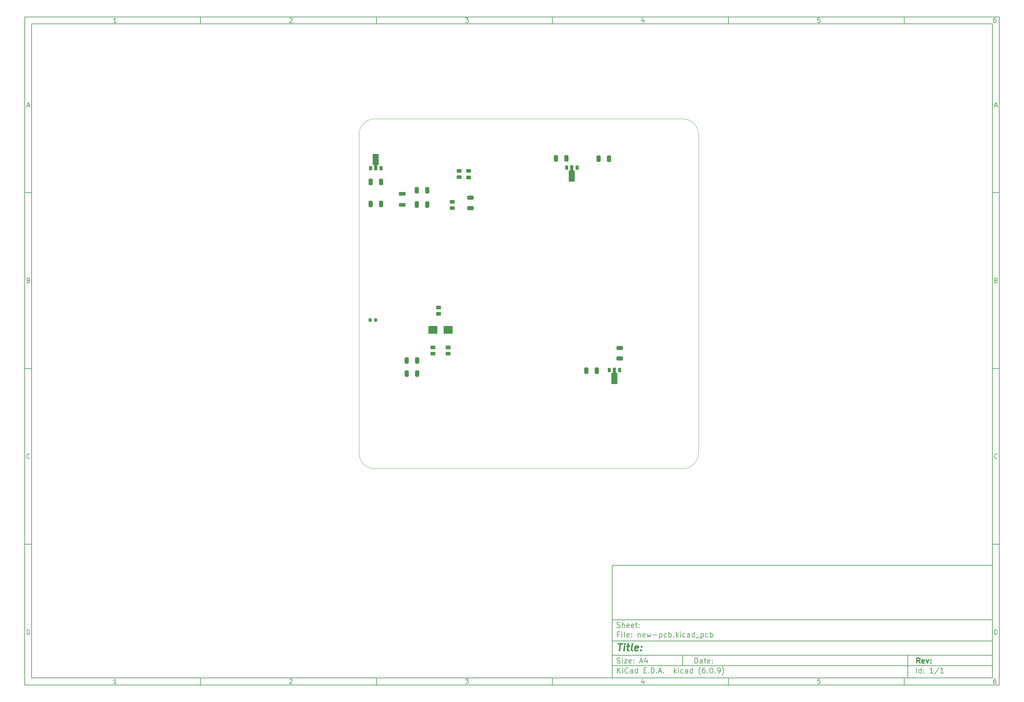
<source format=gbr>
%TF.GenerationSoftware,KiCad,Pcbnew,(6.0.9)*%
%TF.CreationDate,2022-12-24T03:55:53+03:00*%
%TF.ProjectId,new-pcb,6e65772d-7063-4622-9e6b-696361645f70,rev?*%
%TF.SameCoordinates,Original*%
%TF.FileFunction,Paste,Top*%
%TF.FilePolarity,Positive*%
%FSLAX46Y46*%
G04 Gerber Fmt 4.6, Leading zero omitted, Abs format (unit mm)*
G04 Created by KiCad (PCBNEW (6.0.9)) date 2022-12-24 03:55:53*
%MOMM*%
%LPD*%
G01*
G04 APERTURE LIST*
G04 Aperture macros list*
%AMRoundRect*
0 Rectangle with rounded corners*
0 $1 Rounding radius*
0 $2 $3 $4 $5 $6 $7 $8 $9 X,Y pos of 4 corners*
0 Add a 4 corners polygon primitive as box body*
4,1,4,$2,$3,$4,$5,$6,$7,$8,$9,$2,$3,0*
0 Add four circle primitives for the rounded corners*
1,1,$1+$1,$2,$3*
1,1,$1+$1,$4,$5*
1,1,$1+$1,$6,$7*
1,1,$1+$1,$8,$9*
0 Add four rect primitives between the rounded corners*
20,1,$1+$1,$2,$3,$4,$5,0*
20,1,$1+$1,$4,$5,$6,$7,0*
20,1,$1+$1,$6,$7,$8,$9,0*
20,1,$1+$1,$8,$9,$2,$3,0*%
%AMFreePoly0*
4,1,9,3.862500,-0.866500,0.737500,-0.866500,0.737500,-0.450000,-0.737500,-0.450000,-0.737500,0.450000,0.737500,0.450000,0.737500,0.866500,3.862500,0.866500,3.862500,-0.866500,3.862500,-0.866500,$1*%
G04 Aperture macros list end*
%ADD10C,0.100000*%
%ADD11C,0.150000*%
%ADD12C,0.300000*%
%ADD13C,0.400000*%
%TA.AperFunction,Profile*%
%ADD14C,0.100000*%
%TD*%
%ADD15RoundRect,0.250000X-0.325000X-0.650000X0.325000X-0.650000X0.325000X0.650000X-0.325000X0.650000X0*%
%ADD16RoundRect,0.250000X0.325000X0.650000X-0.325000X0.650000X-0.325000X-0.650000X0.325000X-0.650000X0*%
%ADD17RoundRect,0.250000X-0.450000X0.262500X-0.450000X-0.262500X0.450000X-0.262500X0.450000X0.262500X0*%
%ADD18RoundRect,0.250000X0.650000X-0.325000X0.650000X0.325000X-0.650000X0.325000X-0.650000X-0.325000X0*%
%ADD19RoundRect,0.250000X0.450000X-0.262500X0.450000X0.262500X-0.450000X0.262500X-0.450000X-0.262500X0*%
%ADD20R,0.900000X1.300000*%
%ADD21FreePoly0,90.000000*%
%ADD22RoundRect,0.250000X-0.650000X0.325000X-0.650000X-0.325000X0.650000X-0.325000X0.650000X0.325000X0*%
%ADD23R,2.500000X2.300000*%
%ADD24FreePoly0,270.000000*%
%ADD25RoundRect,0.250000X0.700000X-0.275000X0.700000X0.275000X-0.700000X0.275000X-0.700000X-0.275000X0*%
%ADD26RoundRect,0.200000X-0.200000X-0.275000X0.200000X-0.275000X0.200000X0.275000X-0.200000X0.275000X0*%
G04 APERTURE END LIST*
D10*
D11*
X177002200Y-166007200D02*
X177002200Y-198007200D01*
X285002200Y-198007200D01*
X285002200Y-166007200D01*
X177002200Y-166007200D01*
D10*
D11*
X10000000Y-10000000D02*
X10000000Y-200007200D01*
X287002200Y-200007200D01*
X287002200Y-10000000D01*
X10000000Y-10000000D01*
D10*
D11*
X12000000Y-12000000D02*
X12000000Y-198007200D01*
X285002200Y-198007200D01*
X285002200Y-12000000D01*
X12000000Y-12000000D01*
D10*
D11*
X60000000Y-12000000D02*
X60000000Y-10000000D01*
D10*
D11*
X110000000Y-12000000D02*
X110000000Y-10000000D01*
D10*
D11*
X160000000Y-12000000D02*
X160000000Y-10000000D01*
D10*
D11*
X210000000Y-12000000D02*
X210000000Y-10000000D01*
D10*
D11*
X260000000Y-12000000D02*
X260000000Y-10000000D01*
D10*
D11*
X36065476Y-11588095D02*
X35322619Y-11588095D01*
X35694047Y-11588095D02*
X35694047Y-10288095D01*
X35570238Y-10473809D01*
X35446428Y-10597619D01*
X35322619Y-10659523D01*
D10*
D11*
X85322619Y-10411904D02*
X85384523Y-10350000D01*
X85508333Y-10288095D01*
X85817857Y-10288095D01*
X85941666Y-10350000D01*
X86003571Y-10411904D01*
X86065476Y-10535714D01*
X86065476Y-10659523D01*
X86003571Y-10845238D01*
X85260714Y-11588095D01*
X86065476Y-11588095D01*
D10*
D11*
X135260714Y-10288095D02*
X136065476Y-10288095D01*
X135632142Y-10783333D01*
X135817857Y-10783333D01*
X135941666Y-10845238D01*
X136003571Y-10907142D01*
X136065476Y-11030952D01*
X136065476Y-11340476D01*
X136003571Y-11464285D01*
X135941666Y-11526190D01*
X135817857Y-11588095D01*
X135446428Y-11588095D01*
X135322619Y-11526190D01*
X135260714Y-11464285D01*
D10*
D11*
X185941666Y-10721428D02*
X185941666Y-11588095D01*
X185632142Y-10226190D02*
X185322619Y-11154761D01*
X186127380Y-11154761D01*
D10*
D11*
X236003571Y-10288095D02*
X235384523Y-10288095D01*
X235322619Y-10907142D01*
X235384523Y-10845238D01*
X235508333Y-10783333D01*
X235817857Y-10783333D01*
X235941666Y-10845238D01*
X236003571Y-10907142D01*
X236065476Y-11030952D01*
X236065476Y-11340476D01*
X236003571Y-11464285D01*
X235941666Y-11526190D01*
X235817857Y-11588095D01*
X235508333Y-11588095D01*
X235384523Y-11526190D01*
X235322619Y-11464285D01*
D10*
D11*
X285941666Y-10288095D02*
X285694047Y-10288095D01*
X285570238Y-10350000D01*
X285508333Y-10411904D01*
X285384523Y-10597619D01*
X285322619Y-10845238D01*
X285322619Y-11340476D01*
X285384523Y-11464285D01*
X285446428Y-11526190D01*
X285570238Y-11588095D01*
X285817857Y-11588095D01*
X285941666Y-11526190D01*
X286003571Y-11464285D01*
X286065476Y-11340476D01*
X286065476Y-11030952D01*
X286003571Y-10907142D01*
X285941666Y-10845238D01*
X285817857Y-10783333D01*
X285570238Y-10783333D01*
X285446428Y-10845238D01*
X285384523Y-10907142D01*
X285322619Y-11030952D01*
D10*
D11*
X60000000Y-198007200D02*
X60000000Y-200007200D01*
D10*
D11*
X110000000Y-198007200D02*
X110000000Y-200007200D01*
D10*
D11*
X160000000Y-198007200D02*
X160000000Y-200007200D01*
D10*
D11*
X210000000Y-198007200D02*
X210000000Y-200007200D01*
D10*
D11*
X260000000Y-198007200D02*
X260000000Y-200007200D01*
D10*
D11*
X36065476Y-199595295D02*
X35322619Y-199595295D01*
X35694047Y-199595295D02*
X35694047Y-198295295D01*
X35570238Y-198481009D01*
X35446428Y-198604819D01*
X35322619Y-198666723D01*
D10*
D11*
X85322619Y-198419104D02*
X85384523Y-198357200D01*
X85508333Y-198295295D01*
X85817857Y-198295295D01*
X85941666Y-198357200D01*
X86003571Y-198419104D01*
X86065476Y-198542914D01*
X86065476Y-198666723D01*
X86003571Y-198852438D01*
X85260714Y-199595295D01*
X86065476Y-199595295D01*
D10*
D11*
X135260714Y-198295295D02*
X136065476Y-198295295D01*
X135632142Y-198790533D01*
X135817857Y-198790533D01*
X135941666Y-198852438D01*
X136003571Y-198914342D01*
X136065476Y-199038152D01*
X136065476Y-199347676D01*
X136003571Y-199471485D01*
X135941666Y-199533390D01*
X135817857Y-199595295D01*
X135446428Y-199595295D01*
X135322619Y-199533390D01*
X135260714Y-199471485D01*
D10*
D11*
X185941666Y-198728628D02*
X185941666Y-199595295D01*
X185632142Y-198233390D02*
X185322619Y-199161961D01*
X186127380Y-199161961D01*
D10*
D11*
X236003571Y-198295295D02*
X235384523Y-198295295D01*
X235322619Y-198914342D01*
X235384523Y-198852438D01*
X235508333Y-198790533D01*
X235817857Y-198790533D01*
X235941666Y-198852438D01*
X236003571Y-198914342D01*
X236065476Y-199038152D01*
X236065476Y-199347676D01*
X236003571Y-199471485D01*
X235941666Y-199533390D01*
X235817857Y-199595295D01*
X235508333Y-199595295D01*
X235384523Y-199533390D01*
X235322619Y-199471485D01*
D10*
D11*
X285941666Y-198295295D02*
X285694047Y-198295295D01*
X285570238Y-198357200D01*
X285508333Y-198419104D01*
X285384523Y-198604819D01*
X285322619Y-198852438D01*
X285322619Y-199347676D01*
X285384523Y-199471485D01*
X285446428Y-199533390D01*
X285570238Y-199595295D01*
X285817857Y-199595295D01*
X285941666Y-199533390D01*
X286003571Y-199471485D01*
X286065476Y-199347676D01*
X286065476Y-199038152D01*
X286003571Y-198914342D01*
X285941666Y-198852438D01*
X285817857Y-198790533D01*
X285570238Y-198790533D01*
X285446428Y-198852438D01*
X285384523Y-198914342D01*
X285322619Y-199038152D01*
D10*
D11*
X10000000Y-60000000D02*
X12000000Y-60000000D01*
D10*
D11*
X10000000Y-110000000D02*
X12000000Y-110000000D01*
D10*
D11*
X10000000Y-160000000D02*
X12000000Y-160000000D01*
D10*
D11*
X10690476Y-35216666D02*
X11309523Y-35216666D01*
X10566666Y-35588095D02*
X11000000Y-34288095D01*
X11433333Y-35588095D01*
D10*
D11*
X11092857Y-84907142D02*
X11278571Y-84969047D01*
X11340476Y-85030952D01*
X11402380Y-85154761D01*
X11402380Y-85340476D01*
X11340476Y-85464285D01*
X11278571Y-85526190D01*
X11154761Y-85588095D01*
X10659523Y-85588095D01*
X10659523Y-84288095D01*
X11092857Y-84288095D01*
X11216666Y-84350000D01*
X11278571Y-84411904D01*
X11340476Y-84535714D01*
X11340476Y-84659523D01*
X11278571Y-84783333D01*
X11216666Y-84845238D01*
X11092857Y-84907142D01*
X10659523Y-84907142D01*
D10*
D11*
X11402380Y-135464285D02*
X11340476Y-135526190D01*
X11154761Y-135588095D01*
X11030952Y-135588095D01*
X10845238Y-135526190D01*
X10721428Y-135402380D01*
X10659523Y-135278571D01*
X10597619Y-135030952D01*
X10597619Y-134845238D01*
X10659523Y-134597619D01*
X10721428Y-134473809D01*
X10845238Y-134350000D01*
X11030952Y-134288095D01*
X11154761Y-134288095D01*
X11340476Y-134350000D01*
X11402380Y-134411904D01*
D10*
D11*
X10659523Y-185588095D02*
X10659523Y-184288095D01*
X10969047Y-184288095D01*
X11154761Y-184350000D01*
X11278571Y-184473809D01*
X11340476Y-184597619D01*
X11402380Y-184845238D01*
X11402380Y-185030952D01*
X11340476Y-185278571D01*
X11278571Y-185402380D01*
X11154761Y-185526190D01*
X10969047Y-185588095D01*
X10659523Y-185588095D01*
D10*
D11*
X287002200Y-60000000D02*
X285002200Y-60000000D01*
D10*
D11*
X287002200Y-110000000D02*
X285002200Y-110000000D01*
D10*
D11*
X287002200Y-160000000D02*
X285002200Y-160000000D01*
D10*
D11*
X285692676Y-35216666D02*
X286311723Y-35216666D01*
X285568866Y-35588095D02*
X286002200Y-34288095D01*
X286435533Y-35588095D01*
D10*
D11*
X286095057Y-84907142D02*
X286280771Y-84969047D01*
X286342676Y-85030952D01*
X286404580Y-85154761D01*
X286404580Y-85340476D01*
X286342676Y-85464285D01*
X286280771Y-85526190D01*
X286156961Y-85588095D01*
X285661723Y-85588095D01*
X285661723Y-84288095D01*
X286095057Y-84288095D01*
X286218866Y-84350000D01*
X286280771Y-84411904D01*
X286342676Y-84535714D01*
X286342676Y-84659523D01*
X286280771Y-84783333D01*
X286218866Y-84845238D01*
X286095057Y-84907142D01*
X285661723Y-84907142D01*
D10*
D11*
X286404580Y-135464285D02*
X286342676Y-135526190D01*
X286156961Y-135588095D01*
X286033152Y-135588095D01*
X285847438Y-135526190D01*
X285723628Y-135402380D01*
X285661723Y-135278571D01*
X285599819Y-135030952D01*
X285599819Y-134845238D01*
X285661723Y-134597619D01*
X285723628Y-134473809D01*
X285847438Y-134350000D01*
X286033152Y-134288095D01*
X286156961Y-134288095D01*
X286342676Y-134350000D01*
X286404580Y-134411904D01*
D10*
D11*
X285661723Y-185588095D02*
X285661723Y-184288095D01*
X285971247Y-184288095D01*
X286156961Y-184350000D01*
X286280771Y-184473809D01*
X286342676Y-184597619D01*
X286404580Y-184845238D01*
X286404580Y-185030952D01*
X286342676Y-185278571D01*
X286280771Y-185402380D01*
X286156961Y-185526190D01*
X285971247Y-185588095D01*
X285661723Y-185588095D01*
D10*
D11*
X200434342Y-193785771D02*
X200434342Y-192285771D01*
X200791485Y-192285771D01*
X201005771Y-192357200D01*
X201148628Y-192500057D01*
X201220057Y-192642914D01*
X201291485Y-192928628D01*
X201291485Y-193142914D01*
X201220057Y-193428628D01*
X201148628Y-193571485D01*
X201005771Y-193714342D01*
X200791485Y-193785771D01*
X200434342Y-193785771D01*
X202577200Y-193785771D02*
X202577200Y-193000057D01*
X202505771Y-192857200D01*
X202362914Y-192785771D01*
X202077200Y-192785771D01*
X201934342Y-192857200D01*
X202577200Y-193714342D02*
X202434342Y-193785771D01*
X202077200Y-193785771D01*
X201934342Y-193714342D01*
X201862914Y-193571485D01*
X201862914Y-193428628D01*
X201934342Y-193285771D01*
X202077200Y-193214342D01*
X202434342Y-193214342D01*
X202577200Y-193142914D01*
X203077200Y-192785771D02*
X203648628Y-192785771D01*
X203291485Y-192285771D02*
X203291485Y-193571485D01*
X203362914Y-193714342D01*
X203505771Y-193785771D01*
X203648628Y-193785771D01*
X204720057Y-193714342D02*
X204577200Y-193785771D01*
X204291485Y-193785771D01*
X204148628Y-193714342D01*
X204077200Y-193571485D01*
X204077200Y-193000057D01*
X204148628Y-192857200D01*
X204291485Y-192785771D01*
X204577200Y-192785771D01*
X204720057Y-192857200D01*
X204791485Y-193000057D01*
X204791485Y-193142914D01*
X204077200Y-193285771D01*
X205434342Y-193642914D02*
X205505771Y-193714342D01*
X205434342Y-193785771D01*
X205362914Y-193714342D01*
X205434342Y-193642914D01*
X205434342Y-193785771D01*
X205434342Y-192857200D02*
X205505771Y-192928628D01*
X205434342Y-193000057D01*
X205362914Y-192928628D01*
X205434342Y-192857200D01*
X205434342Y-193000057D01*
D10*
D11*
X177002200Y-194507200D02*
X285002200Y-194507200D01*
D10*
D11*
X178434342Y-196585771D02*
X178434342Y-195085771D01*
X179291485Y-196585771D02*
X178648628Y-195728628D01*
X179291485Y-195085771D02*
X178434342Y-195942914D01*
X179934342Y-196585771D02*
X179934342Y-195585771D01*
X179934342Y-195085771D02*
X179862914Y-195157200D01*
X179934342Y-195228628D01*
X180005771Y-195157200D01*
X179934342Y-195085771D01*
X179934342Y-195228628D01*
X181505771Y-196442914D02*
X181434342Y-196514342D01*
X181220057Y-196585771D01*
X181077200Y-196585771D01*
X180862914Y-196514342D01*
X180720057Y-196371485D01*
X180648628Y-196228628D01*
X180577200Y-195942914D01*
X180577200Y-195728628D01*
X180648628Y-195442914D01*
X180720057Y-195300057D01*
X180862914Y-195157200D01*
X181077200Y-195085771D01*
X181220057Y-195085771D01*
X181434342Y-195157200D01*
X181505771Y-195228628D01*
X182791485Y-196585771D02*
X182791485Y-195800057D01*
X182720057Y-195657200D01*
X182577200Y-195585771D01*
X182291485Y-195585771D01*
X182148628Y-195657200D01*
X182791485Y-196514342D02*
X182648628Y-196585771D01*
X182291485Y-196585771D01*
X182148628Y-196514342D01*
X182077200Y-196371485D01*
X182077200Y-196228628D01*
X182148628Y-196085771D01*
X182291485Y-196014342D01*
X182648628Y-196014342D01*
X182791485Y-195942914D01*
X184148628Y-196585771D02*
X184148628Y-195085771D01*
X184148628Y-196514342D02*
X184005771Y-196585771D01*
X183720057Y-196585771D01*
X183577200Y-196514342D01*
X183505771Y-196442914D01*
X183434342Y-196300057D01*
X183434342Y-195871485D01*
X183505771Y-195728628D01*
X183577200Y-195657200D01*
X183720057Y-195585771D01*
X184005771Y-195585771D01*
X184148628Y-195657200D01*
X186005771Y-195800057D02*
X186505771Y-195800057D01*
X186720057Y-196585771D02*
X186005771Y-196585771D01*
X186005771Y-195085771D01*
X186720057Y-195085771D01*
X187362914Y-196442914D02*
X187434342Y-196514342D01*
X187362914Y-196585771D01*
X187291485Y-196514342D01*
X187362914Y-196442914D01*
X187362914Y-196585771D01*
X188077200Y-196585771D02*
X188077200Y-195085771D01*
X188434342Y-195085771D01*
X188648628Y-195157200D01*
X188791485Y-195300057D01*
X188862914Y-195442914D01*
X188934342Y-195728628D01*
X188934342Y-195942914D01*
X188862914Y-196228628D01*
X188791485Y-196371485D01*
X188648628Y-196514342D01*
X188434342Y-196585771D01*
X188077200Y-196585771D01*
X189577200Y-196442914D02*
X189648628Y-196514342D01*
X189577200Y-196585771D01*
X189505771Y-196514342D01*
X189577200Y-196442914D01*
X189577200Y-196585771D01*
X190220057Y-196157200D02*
X190934342Y-196157200D01*
X190077200Y-196585771D02*
X190577200Y-195085771D01*
X191077200Y-196585771D01*
X191577200Y-196442914D02*
X191648628Y-196514342D01*
X191577200Y-196585771D01*
X191505771Y-196514342D01*
X191577200Y-196442914D01*
X191577200Y-196585771D01*
X194577200Y-196585771D02*
X194577200Y-195085771D01*
X194720057Y-196014342D02*
X195148628Y-196585771D01*
X195148628Y-195585771D02*
X194577200Y-196157200D01*
X195791485Y-196585771D02*
X195791485Y-195585771D01*
X195791485Y-195085771D02*
X195720057Y-195157200D01*
X195791485Y-195228628D01*
X195862914Y-195157200D01*
X195791485Y-195085771D01*
X195791485Y-195228628D01*
X197148628Y-196514342D02*
X197005771Y-196585771D01*
X196720057Y-196585771D01*
X196577200Y-196514342D01*
X196505771Y-196442914D01*
X196434342Y-196300057D01*
X196434342Y-195871485D01*
X196505771Y-195728628D01*
X196577200Y-195657200D01*
X196720057Y-195585771D01*
X197005771Y-195585771D01*
X197148628Y-195657200D01*
X198434342Y-196585771D02*
X198434342Y-195800057D01*
X198362914Y-195657200D01*
X198220057Y-195585771D01*
X197934342Y-195585771D01*
X197791485Y-195657200D01*
X198434342Y-196514342D02*
X198291485Y-196585771D01*
X197934342Y-196585771D01*
X197791485Y-196514342D01*
X197720057Y-196371485D01*
X197720057Y-196228628D01*
X197791485Y-196085771D01*
X197934342Y-196014342D01*
X198291485Y-196014342D01*
X198434342Y-195942914D01*
X199791485Y-196585771D02*
X199791485Y-195085771D01*
X199791485Y-196514342D02*
X199648628Y-196585771D01*
X199362914Y-196585771D01*
X199220057Y-196514342D01*
X199148628Y-196442914D01*
X199077200Y-196300057D01*
X199077200Y-195871485D01*
X199148628Y-195728628D01*
X199220057Y-195657200D01*
X199362914Y-195585771D01*
X199648628Y-195585771D01*
X199791485Y-195657200D01*
X202077200Y-197157200D02*
X202005771Y-197085771D01*
X201862914Y-196871485D01*
X201791485Y-196728628D01*
X201720057Y-196514342D01*
X201648628Y-196157200D01*
X201648628Y-195871485D01*
X201720057Y-195514342D01*
X201791485Y-195300057D01*
X201862914Y-195157200D01*
X202005771Y-194942914D01*
X202077200Y-194871485D01*
X203291485Y-195085771D02*
X203005771Y-195085771D01*
X202862914Y-195157200D01*
X202791485Y-195228628D01*
X202648628Y-195442914D01*
X202577200Y-195728628D01*
X202577200Y-196300057D01*
X202648628Y-196442914D01*
X202720057Y-196514342D01*
X202862914Y-196585771D01*
X203148628Y-196585771D01*
X203291485Y-196514342D01*
X203362914Y-196442914D01*
X203434342Y-196300057D01*
X203434342Y-195942914D01*
X203362914Y-195800057D01*
X203291485Y-195728628D01*
X203148628Y-195657200D01*
X202862914Y-195657200D01*
X202720057Y-195728628D01*
X202648628Y-195800057D01*
X202577200Y-195942914D01*
X204077200Y-196442914D02*
X204148628Y-196514342D01*
X204077200Y-196585771D01*
X204005771Y-196514342D01*
X204077200Y-196442914D01*
X204077200Y-196585771D01*
X205077200Y-195085771D02*
X205220057Y-195085771D01*
X205362914Y-195157200D01*
X205434342Y-195228628D01*
X205505771Y-195371485D01*
X205577200Y-195657200D01*
X205577200Y-196014342D01*
X205505771Y-196300057D01*
X205434342Y-196442914D01*
X205362914Y-196514342D01*
X205220057Y-196585771D01*
X205077200Y-196585771D01*
X204934342Y-196514342D01*
X204862914Y-196442914D01*
X204791485Y-196300057D01*
X204720057Y-196014342D01*
X204720057Y-195657200D01*
X204791485Y-195371485D01*
X204862914Y-195228628D01*
X204934342Y-195157200D01*
X205077200Y-195085771D01*
X206220057Y-196442914D02*
X206291485Y-196514342D01*
X206220057Y-196585771D01*
X206148628Y-196514342D01*
X206220057Y-196442914D01*
X206220057Y-196585771D01*
X207005771Y-196585771D02*
X207291485Y-196585771D01*
X207434342Y-196514342D01*
X207505771Y-196442914D01*
X207648628Y-196228628D01*
X207720057Y-195942914D01*
X207720057Y-195371485D01*
X207648628Y-195228628D01*
X207577200Y-195157200D01*
X207434342Y-195085771D01*
X207148628Y-195085771D01*
X207005771Y-195157200D01*
X206934342Y-195228628D01*
X206862914Y-195371485D01*
X206862914Y-195728628D01*
X206934342Y-195871485D01*
X207005771Y-195942914D01*
X207148628Y-196014342D01*
X207434342Y-196014342D01*
X207577200Y-195942914D01*
X207648628Y-195871485D01*
X207720057Y-195728628D01*
X208220057Y-197157200D02*
X208291485Y-197085771D01*
X208434342Y-196871485D01*
X208505771Y-196728628D01*
X208577200Y-196514342D01*
X208648628Y-196157200D01*
X208648628Y-195871485D01*
X208577200Y-195514342D01*
X208505771Y-195300057D01*
X208434342Y-195157200D01*
X208291485Y-194942914D01*
X208220057Y-194871485D01*
D10*
D11*
X177002200Y-191507200D02*
X285002200Y-191507200D01*
D10*
D12*
X264411485Y-193785771D02*
X263911485Y-193071485D01*
X263554342Y-193785771D02*
X263554342Y-192285771D01*
X264125771Y-192285771D01*
X264268628Y-192357200D01*
X264340057Y-192428628D01*
X264411485Y-192571485D01*
X264411485Y-192785771D01*
X264340057Y-192928628D01*
X264268628Y-193000057D01*
X264125771Y-193071485D01*
X263554342Y-193071485D01*
X265625771Y-193714342D02*
X265482914Y-193785771D01*
X265197200Y-193785771D01*
X265054342Y-193714342D01*
X264982914Y-193571485D01*
X264982914Y-193000057D01*
X265054342Y-192857200D01*
X265197200Y-192785771D01*
X265482914Y-192785771D01*
X265625771Y-192857200D01*
X265697200Y-193000057D01*
X265697200Y-193142914D01*
X264982914Y-193285771D01*
X266197200Y-192785771D02*
X266554342Y-193785771D01*
X266911485Y-192785771D01*
X267482914Y-193642914D02*
X267554342Y-193714342D01*
X267482914Y-193785771D01*
X267411485Y-193714342D01*
X267482914Y-193642914D01*
X267482914Y-193785771D01*
X267482914Y-192857200D02*
X267554342Y-192928628D01*
X267482914Y-193000057D01*
X267411485Y-192928628D01*
X267482914Y-192857200D01*
X267482914Y-193000057D01*
D10*
D11*
X178362914Y-193714342D02*
X178577200Y-193785771D01*
X178934342Y-193785771D01*
X179077200Y-193714342D01*
X179148628Y-193642914D01*
X179220057Y-193500057D01*
X179220057Y-193357200D01*
X179148628Y-193214342D01*
X179077200Y-193142914D01*
X178934342Y-193071485D01*
X178648628Y-193000057D01*
X178505771Y-192928628D01*
X178434342Y-192857200D01*
X178362914Y-192714342D01*
X178362914Y-192571485D01*
X178434342Y-192428628D01*
X178505771Y-192357200D01*
X178648628Y-192285771D01*
X179005771Y-192285771D01*
X179220057Y-192357200D01*
X179862914Y-193785771D02*
X179862914Y-192785771D01*
X179862914Y-192285771D02*
X179791485Y-192357200D01*
X179862914Y-192428628D01*
X179934342Y-192357200D01*
X179862914Y-192285771D01*
X179862914Y-192428628D01*
X180434342Y-192785771D02*
X181220057Y-192785771D01*
X180434342Y-193785771D01*
X181220057Y-193785771D01*
X182362914Y-193714342D02*
X182220057Y-193785771D01*
X181934342Y-193785771D01*
X181791485Y-193714342D01*
X181720057Y-193571485D01*
X181720057Y-193000057D01*
X181791485Y-192857200D01*
X181934342Y-192785771D01*
X182220057Y-192785771D01*
X182362914Y-192857200D01*
X182434342Y-193000057D01*
X182434342Y-193142914D01*
X181720057Y-193285771D01*
X183077200Y-193642914D02*
X183148628Y-193714342D01*
X183077200Y-193785771D01*
X183005771Y-193714342D01*
X183077200Y-193642914D01*
X183077200Y-193785771D01*
X183077200Y-192857200D02*
X183148628Y-192928628D01*
X183077200Y-193000057D01*
X183005771Y-192928628D01*
X183077200Y-192857200D01*
X183077200Y-193000057D01*
X184862914Y-193357200D02*
X185577200Y-193357200D01*
X184720057Y-193785771D02*
X185220057Y-192285771D01*
X185720057Y-193785771D01*
X186862914Y-192785771D02*
X186862914Y-193785771D01*
X186505771Y-192214342D02*
X186148628Y-193285771D01*
X187077200Y-193285771D01*
D10*
D11*
X263434342Y-196585771D02*
X263434342Y-195085771D01*
X264791485Y-196585771D02*
X264791485Y-195085771D01*
X264791485Y-196514342D02*
X264648628Y-196585771D01*
X264362914Y-196585771D01*
X264220057Y-196514342D01*
X264148628Y-196442914D01*
X264077200Y-196300057D01*
X264077200Y-195871485D01*
X264148628Y-195728628D01*
X264220057Y-195657200D01*
X264362914Y-195585771D01*
X264648628Y-195585771D01*
X264791485Y-195657200D01*
X265505771Y-196442914D02*
X265577200Y-196514342D01*
X265505771Y-196585771D01*
X265434342Y-196514342D01*
X265505771Y-196442914D01*
X265505771Y-196585771D01*
X265505771Y-195657200D02*
X265577200Y-195728628D01*
X265505771Y-195800057D01*
X265434342Y-195728628D01*
X265505771Y-195657200D01*
X265505771Y-195800057D01*
X268148628Y-196585771D02*
X267291485Y-196585771D01*
X267720057Y-196585771D02*
X267720057Y-195085771D01*
X267577200Y-195300057D01*
X267434342Y-195442914D01*
X267291485Y-195514342D01*
X269862914Y-195014342D02*
X268577200Y-196942914D01*
X271148628Y-196585771D02*
X270291485Y-196585771D01*
X270720057Y-196585771D02*
X270720057Y-195085771D01*
X270577200Y-195300057D01*
X270434342Y-195442914D01*
X270291485Y-195514342D01*
D10*
D11*
X177002200Y-187507200D02*
X285002200Y-187507200D01*
D10*
D13*
X178714580Y-188211961D02*
X179857438Y-188211961D01*
X179036009Y-190211961D02*
X179286009Y-188211961D01*
X180274104Y-190211961D02*
X180440771Y-188878628D01*
X180524104Y-188211961D02*
X180416961Y-188307200D01*
X180500295Y-188402438D01*
X180607438Y-188307200D01*
X180524104Y-188211961D01*
X180500295Y-188402438D01*
X181107438Y-188878628D02*
X181869342Y-188878628D01*
X181476485Y-188211961D02*
X181262200Y-189926247D01*
X181333628Y-190116723D01*
X181512200Y-190211961D01*
X181702676Y-190211961D01*
X182655057Y-190211961D02*
X182476485Y-190116723D01*
X182405057Y-189926247D01*
X182619342Y-188211961D01*
X184190771Y-190116723D02*
X183988390Y-190211961D01*
X183607438Y-190211961D01*
X183428866Y-190116723D01*
X183357438Y-189926247D01*
X183452676Y-189164342D01*
X183571723Y-188973866D01*
X183774104Y-188878628D01*
X184155057Y-188878628D01*
X184333628Y-188973866D01*
X184405057Y-189164342D01*
X184381247Y-189354819D01*
X183405057Y-189545295D01*
X185155057Y-190021485D02*
X185238390Y-190116723D01*
X185131247Y-190211961D01*
X185047914Y-190116723D01*
X185155057Y-190021485D01*
X185131247Y-190211961D01*
X185286009Y-188973866D02*
X185369342Y-189069104D01*
X185262200Y-189164342D01*
X185178866Y-189069104D01*
X185286009Y-188973866D01*
X185262200Y-189164342D01*
D10*
D11*
X178934342Y-185600057D02*
X178434342Y-185600057D01*
X178434342Y-186385771D02*
X178434342Y-184885771D01*
X179148628Y-184885771D01*
X179720057Y-186385771D02*
X179720057Y-185385771D01*
X179720057Y-184885771D02*
X179648628Y-184957200D01*
X179720057Y-185028628D01*
X179791485Y-184957200D01*
X179720057Y-184885771D01*
X179720057Y-185028628D01*
X180648628Y-186385771D02*
X180505771Y-186314342D01*
X180434342Y-186171485D01*
X180434342Y-184885771D01*
X181791485Y-186314342D02*
X181648628Y-186385771D01*
X181362914Y-186385771D01*
X181220057Y-186314342D01*
X181148628Y-186171485D01*
X181148628Y-185600057D01*
X181220057Y-185457200D01*
X181362914Y-185385771D01*
X181648628Y-185385771D01*
X181791485Y-185457200D01*
X181862914Y-185600057D01*
X181862914Y-185742914D01*
X181148628Y-185885771D01*
X182505771Y-186242914D02*
X182577200Y-186314342D01*
X182505771Y-186385771D01*
X182434342Y-186314342D01*
X182505771Y-186242914D01*
X182505771Y-186385771D01*
X182505771Y-185457200D02*
X182577200Y-185528628D01*
X182505771Y-185600057D01*
X182434342Y-185528628D01*
X182505771Y-185457200D01*
X182505771Y-185600057D01*
X184362914Y-185385771D02*
X184362914Y-186385771D01*
X184362914Y-185528628D02*
X184434342Y-185457200D01*
X184577200Y-185385771D01*
X184791485Y-185385771D01*
X184934342Y-185457200D01*
X185005771Y-185600057D01*
X185005771Y-186385771D01*
X186291485Y-186314342D02*
X186148628Y-186385771D01*
X185862914Y-186385771D01*
X185720057Y-186314342D01*
X185648628Y-186171485D01*
X185648628Y-185600057D01*
X185720057Y-185457200D01*
X185862914Y-185385771D01*
X186148628Y-185385771D01*
X186291485Y-185457200D01*
X186362914Y-185600057D01*
X186362914Y-185742914D01*
X185648628Y-185885771D01*
X186862914Y-185385771D02*
X187148628Y-186385771D01*
X187434342Y-185671485D01*
X187720057Y-186385771D01*
X188005771Y-185385771D01*
X188577200Y-185814342D02*
X189720057Y-185814342D01*
X190434342Y-185385771D02*
X190434342Y-186885771D01*
X190434342Y-185457200D02*
X190577200Y-185385771D01*
X190862914Y-185385771D01*
X191005771Y-185457200D01*
X191077200Y-185528628D01*
X191148628Y-185671485D01*
X191148628Y-186100057D01*
X191077200Y-186242914D01*
X191005771Y-186314342D01*
X190862914Y-186385771D01*
X190577200Y-186385771D01*
X190434342Y-186314342D01*
X192434342Y-186314342D02*
X192291485Y-186385771D01*
X192005771Y-186385771D01*
X191862914Y-186314342D01*
X191791485Y-186242914D01*
X191720057Y-186100057D01*
X191720057Y-185671485D01*
X191791485Y-185528628D01*
X191862914Y-185457200D01*
X192005771Y-185385771D01*
X192291485Y-185385771D01*
X192434342Y-185457200D01*
X193077200Y-186385771D02*
X193077200Y-184885771D01*
X193077200Y-185457200D02*
X193220057Y-185385771D01*
X193505771Y-185385771D01*
X193648628Y-185457200D01*
X193720057Y-185528628D01*
X193791485Y-185671485D01*
X193791485Y-186100057D01*
X193720057Y-186242914D01*
X193648628Y-186314342D01*
X193505771Y-186385771D01*
X193220057Y-186385771D01*
X193077200Y-186314342D01*
X194434342Y-186242914D02*
X194505771Y-186314342D01*
X194434342Y-186385771D01*
X194362914Y-186314342D01*
X194434342Y-186242914D01*
X194434342Y-186385771D01*
X195148628Y-186385771D02*
X195148628Y-184885771D01*
X195291485Y-185814342D02*
X195720057Y-186385771D01*
X195720057Y-185385771D02*
X195148628Y-185957200D01*
X196362914Y-186385771D02*
X196362914Y-185385771D01*
X196362914Y-184885771D02*
X196291485Y-184957200D01*
X196362914Y-185028628D01*
X196434342Y-184957200D01*
X196362914Y-184885771D01*
X196362914Y-185028628D01*
X197720057Y-186314342D02*
X197577200Y-186385771D01*
X197291485Y-186385771D01*
X197148628Y-186314342D01*
X197077200Y-186242914D01*
X197005771Y-186100057D01*
X197005771Y-185671485D01*
X197077200Y-185528628D01*
X197148628Y-185457200D01*
X197291485Y-185385771D01*
X197577200Y-185385771D01*
X197720057Y-185457200D01*
X199005771Y-186385771D02*
X199005771Y-185600057D01*
X198934342Y-185457200D01*
X198791485Y-185385771D01*
X198505771Y-185385771D01*
X198362914Y-185457200D01*
X199005771Y-186314342D02*
X198862914Y-186385771D01*
X198505771Y-186385771D01*
X198362914Y-186314342D01*
X198291485Y-186171485D01*
X198291485Y-186028628D01*
X198362914Y-185885771D01*
X198505771Y-185814342D01*
X198862914Y-185814342D01*
X199005771Y-185742914D01*
X200362914Y-186385771D02*
X200362914Y-184885771D01*
X200362914Y-186314342D02*
X200220057Y-186385771D01*
X199934342Y-186385771D01*
X199791485Y-186314342D01*
X199720057Y-186242914D01*
X199648628Y-186100057D01*
X199648628Y-185671485D01*
X199720057Y-185528628D01*
X199791485Y-185457200D01*
X199934342Y-185385771D01*
X200220057Y-185385771D01*
X200362914Y-185457200D01*
X200720057Y-186528628D02*
X201862914Y-186528628D01*
X202220057Y-185385771D02*
X202220057Y-186885771D01*
X202220057Y-185457200D02*
X202362914Y-185385771D01*
X202648628Y-185385771D01*
X202791485Y-185457200D01*
X202862914Y-185528628D01*
X202934342Y-185671485D01*
X202934342Y-186100057D01*
X202862914Y-186242914D01*
X202791485Y-186314342D01*
X202648628Y-186385771D01*
X202362914Y-186385771D01*
X202220057Y-186314342D01*
X204220057Y-186314342D02*
X204077200Y-186385771D01*
X203791485Y-186385771D01*
X203648628Y-186314342D01*
X203577200Y-186242914D01*
X203505771Y-186100057D01*
X203505771Y-185671485D01*
X203577200Y-185528628D01*
X203648628Y-185457200D01*
X203791485Y-185385771D01*
X204077200Y-185385771D01*
X204220057Y-185457200D01*
X204862914Y-186385771D02*
X204862914Y-184885771D01*
X204862914Y-185457200D02*
X205005771Y-185385771D01*
X205291485Y-185385771D01*
X205434342Y-185457200D01*
X205505771Y-185528628D01*
X205577200Y-185671485D01*
X205577200Y-186100057D01*
X205505771Y-186242914D01*
X205434342Y-186314342D01*
X205291485Y-186385771D01*
X205005771Y-186385771D01*
X204862914Y-186314342D01*
D10*
D11*
X177002200Y-181507200D02*
X285002200Y-181507200D01*
D10*
D11*
X178362914Y-183614342D02*
X178577200Y-183685771D01*
X178934342Y-183685771D01*
X179077200Y-183614342D01*
X179148628Y-183542914D01*
X179220057Y-183400057D01*
X179220057Y-183257200D01*
X179148628Y-183114342D01*
X179077200Y-183042914D01*
X178934342Y-182971485D01*
X178648628Y-182900057D01*
X178505771Y-182828628D01*
X178434342Y-182757200D01*
X178362914Y-182614342D01*
X178362914Y-182471485D01*
X178434342Y-182328628D01*
X178505771Y-182257200D01*
X178648628Y-182185771D01*
X179005771Y-182185771D01*
X179220057Y-182257200D01*
X179862914Y-183685771D02*
X179862914Y-182185771D01*
X180505771Y-183685771D02*
X180505771Y-182900057D01*
X180434342Y-182757200D01*
X180291485Y-182685771D01*
X180077200Y-182685771D01*
X179934342Y-182757200D01*
X179862914Y-182828628D01*
X181791485Y-183614342D02*
X181648628Y-183685771D01*
X181362914Y-183685771D01*
X181220057Y-183614342D01*
X181148628Y-183471485D01*
X181148628Y-182900057D01*
X181220057Y-182757200D01*
X181362914Y-182685771D01*
X181648628Y-182685771D01*
X181791485Y-182757200D01*
X181862914Y-182900057D01*
X181862914Y-183042914D01*
X181148628Y-183185771D01*
X183077200Y-183614342D02*
X182934342Y-183685771D01*
X182648628Y-183685771D01*
X182505771Y-183614342D01*
X182434342Y-183471485D01*
X182434342Y-182900057D01*
X182505771Y-182757200D01*
X182648628Y-182685771D01*
X182934342Y-182685771D01*
X183077200Y-182757200D01*
X183148628Y-182900057D01*
X183148628Y-183042914D01*
X182434342Y-183185771D01*
X183577200Y-182685771D02*
X184148628Y-182685771D01*
X183791485Y-182185771D02*
X183791485Y-183471485D01*
X183862914Y-183614342D01*
X184005771Y-183685771D01*
X184148628Y-183685771D01*
X184648628Y-183542914D02*
X184720057Y-183614342D01*
X184648628Y-183685771D01*
X184577200Y-183614342D01*
X184648628Y-183542914D01*
X184648628Y-183685771D01*
X184648628Y-182757200D02*
X184720057Y-182828628D01*
X184648628Y-182900057D01*
X184577200Y-182828628D01*
X184648628Y-182757200D01*
X184648628Y-182900057D01*
D10*
D12*
D10*
D11*
D10*
D11*
D10*
D11*
D10*
D11*
D10*
D11*
X197002200Y-191507200D02*
X197002200Y-194507200D01*
D10*
D11*
X261002200Y-191507200D02*
X261002200Y-198007200D01*
D14*
X201500000Y-43500000D02*
G75*
G03*
X197000000Y-39000000I-4500000J0D01*
G01*
X109500000Y-39000000D02*
G75*
G03*
X105000000Y-43500000I0J-4500000D01*
G01*
X105000000Y-134000000D02*
G75*
G03*
X109500000Y-138500000I4500000J0D01*
G01*
X197000000Y-138500000D02*
G75*
G03*
X201500000Y-134000000I0J4500000D01*
G01*
X109500000Y-138500000D02*
X197000000Y-138500000D01*
X105000000Y-43500000D02*
X105000000Y-134000000D01*
X197000000Y-39000000D02*
X109500000Y-39000000D01*
X201500000Y-134000000D02*
X201500000Y-43500000D01*
D15*
%TO.C,C8*%
X118575000Y-111450000D03*
X121525000Y-111450000D03*
%TD*%
D16*
%TO.C,C4*%
X111275000Y-56900000D03*
X108325000Y-56900000D03*
%TD*%
D17*
%TO.C,R4*%
X127650000Y-92637500D03*
X127650000Y-94462500D03*
%TD*%
%TO.C,R6*%
X133500000Y-53775000D03*
X133500000Y-55600000D03*
%TD*%
D16*
%TO.C,C10*%
X161025000Y-50200000D03*
X163975000Y-50200000D03*
%TD*%
D18*
%TO.C,C12*%
X179100000Y-107100000D03*
X179100000Y-104150000D03*
%TD*%
D19*
%TO.C,R5*%
X136200000Y-55625000D03*
X136200000Y-53800000D03*
%TD*%
D20*
%TO.C,U2*%
X111300000Y-52987500D03*
D21*
X109800000Y-52900000D03*
D20*
X108300000Y-52987500D03*
%TD*%
D22*
%TO.C,C13*%
X136700000Y-61425000D03*
X136700000Y-64375000D03*
%TD*%
D16*
%TO.C,C11*%
X173100000Y-50300000D03*
X176050000Y-50300000D03*
%TD*%
D23*
%TO.C,D3*%
X126000000Y-99000000D03*
X130300000Y-99000000D03*
%TD*%
D15*
%TO.C,C1*%
X124375000Y-59300000D03*
X121425000Y-59300000D03*
%TD*%
D20*
%TO.C,U5*%
X164000000Y-52850000D03*
D24*
X165500000Y-52937500D03*
D20*
X167000000Y-52850000D03*
%TD*%
D17*
%TO.C,R3*%
X130300000Y-103975000D03*
X130300000Y-105800000D03*
%TD*%
D15*
%TO.C,C2*%
X121425000Y-63400000D03*
X124375000Y-63400000D03*
%TD*%
D16*
%TO.C,C5*%
X108325000Y-63200000D03*
X111275000Y-63200000D03*
%TD*%
D25*
%TO.C,L1*%
X117300000Y-60325000D03*
X117300000Y-63475000D03*
%TD*%
D19*
%TO.C,R7*%
X131500000Y-64412500D03*
X131500000Y-62587500D03*
%TD*%
D16*
%TO.C,C3*%
X172575000Y-110600000D03*
X169625000Y-110600000D03*
%TD*%
D20*
%TO.C,U4*%
X179100000Y-110450000D03*
D24*
X177600000Y-110537500D03*
D20*
X176100000Y-110450000D03*
%TD*%
D17*
%TO.C,R2*%
X126000000Y-105812500D03*
X126000000Y-103987500D03*
%TD*%
D15*
%TO.C,C9*%
X118575000Y-107750000D03*
X121525000Y-107750000D03*
%TD*%
D26*
%TO.C,R1*%
X108150000Y-96200000D03*
X109800000Y-96200000D03*
%TD*%
M02*

</source>
